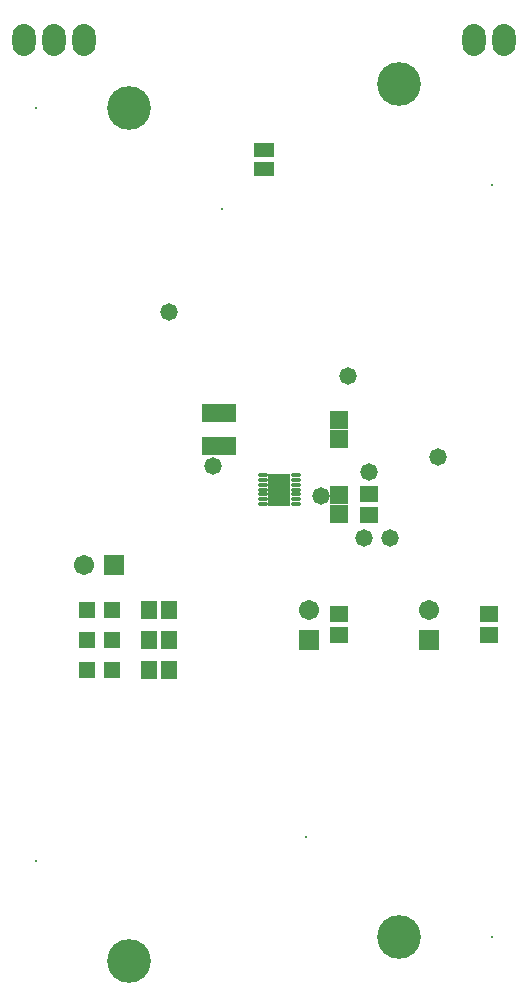
<source format=gbr>
%TF.GenerationSoftware,Altium Limited,Altium Designer,20.0.13 (296)*%
G04 Layer_Color=8388736*
%FSLAX26Y26*%
%MOIN*%
%TF.FileFunction,Soldermask,Top*%
%TF.Part,Single*%
G01*
G75*
%TA.AperFunction,ComponentPad*%
%ADD27C,0.067055*%
%ADD28R,0.067055X0.067055*%
%ADD29O,0.076898X0.106425*%
%ADD30R,0.067055X0.067055*%
%ADD31R,0.008000X0.008000*%
%ADD32C,0.145795*%
%TA.AperFunction,ViaPad*%
%ADD33C,0.058000*%
%TA.AperFunction,SMDPad,CuDef*%
%ADD34O,0.031622X0.015874*%
%ADD35R,0.072961X0.106425*%
%ADD36R,0.063118X0.059181*%
%ADD37R,0.114299X0.059181*%
%ADD38R,0.065087X0.047370*%
%ADD39R,0.061150X0.053276*%
%ADD40R,0.055244X0.055244*%
%ADD41R,0.053276X0.061150*%
D27*
X1450000Y1300000D02*
D03*
X1050000D02*
D03*
X300000Y1450000D02*
D03*
D28*
X1450000Y1200000D02*
D03*
X1050000D02*
D03*
D29*
X100000Y3200000D02*
D03*
X200000D02*
D03*
X300000D02*
D03*
X1600000D02*
D03*
X1700000D02*
D03*
D30*
X400000Y1450000D02*
D03*
D31*
X1659842Y2715595D02*
D03*
Y207327D02*
D03*
X1040158Y542366D02*
D03*
X140157Y463386D02*
D03*
Y2971653D02*
D03*
X759842Y2636614D02*
D03*
D32*
X1350000Y3050634D02*
D03*
Y207327D02*
D03*
X450000Y128346D02*
D03*
Y2971653D02*
D03*
D33*
X730000Y1780000D02*
D03*
X1250000Y1758902D02*
D03*
X1090000Y1680000D02*
D03*
X1180000Y2080000D02*
D03*
X1480000Y1810000D02*
D03*
X1234000Y1540000D02*
D03*
X1319000Y1538000D02*
D03*
X583000Y2292000D02*
D03*
D34*
X1005118Y1652756D02*
D03*
Y1668504D02*
D03*
Y1684252D02*
D03*
Y1700000D02*
D03*
Y1715748D02*
D03*
Y1731496D02*
D03*
Y1747244D02*
D03*
X894882D02*
D03*
Y1731496D02*
D03*
Y1715748D02*
D03*
Y1700000D02*
D03*
Y1684252D02*
D03*
Y1668504D02*
D03*
Y1652756D02*
D03*
D35*
X950000Y1700000D02*
D03*
D36*
X1150000Y1868504D02*
D03*
Y1931496D02*
D03*
Y1618504D02*
D03*
Y1681496D02*
D03*
D37*
X750000Y1955118D02*
D03*
Y1844882D02*
D03*
D38*
X900000Y2767520D02*
D03*
Y2832480D02*
D03*
D39*
X1250000Y1684449D02*
D03*
Y1615551D02*
D03*
X1150000Y1215551D02*
D03*
Y1284449D02*
D03*
X1650000Y1215551D02*
D03*
Y1284449D02*
D03*
D40*
X391339Y1300000D02*
D03*
X308661D02*
D03*
Y1200000D02*
D03*
X391339D02*
D03*
X308661Y1100000D02*
D03*
X391339D02*
D03*
D41*
X515551Y1300000D02*
D03*
X584449D02*
D03*
X515551Y1200000D02*
D03*
X584449D02*
D03*
X515551Y1100000D02*
D03*
X584449D02*
D03*
%TF.MD5,2979989999a371412aaf0a5270c6afeb*%
M02*

</source>
